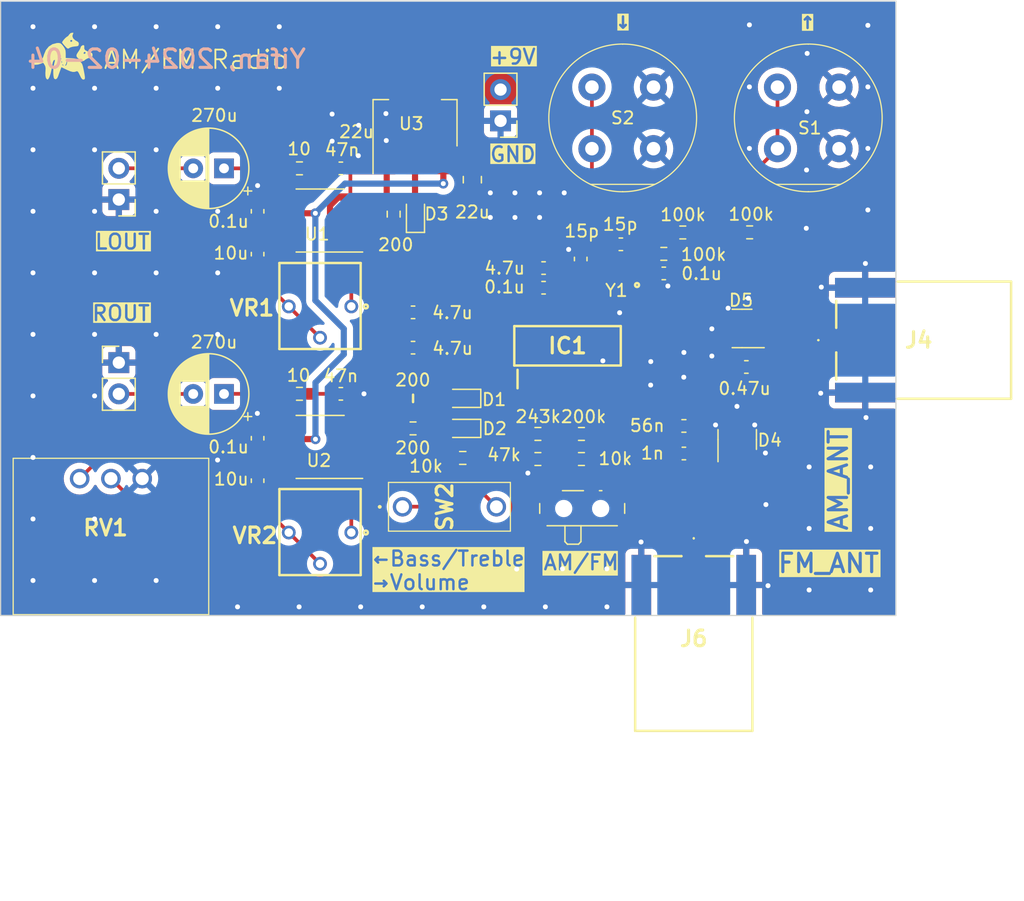
<source format=kicad_pcb>
(kicad_pcb (version 20221018) (generator pcbnew)
  (layers (0 "F.Cu" signal) (31 "B.Cu" power) (34 "B.Paste" user) (35 "F.Paste" user) (36 "B.SilkS" user "B.Silkscreen") (37 "F.SilkS" user "F.Silkscreen") (38 "B.Mask" user) (39 "F.Mask" user) (44 "Edge.Cuts" user))
  (net 0 "")
  (net 1 "Net-(IC1-DBYP)")
  (net 2 "+3.3V")
  (net 3 "Net-(IC1-~{RST})")
  (net 4 "GND")
  (net 5 "Net-(IC1-XTALO)")
  (net 6 "Net-(IC1-XTALI)")
  (net 7 "Net-(IC1-LOUT)")
  (net 8 "/LM386/LOUT")
  (net 9 "Net-(IC1-ROUT)")
  (net 10 "/LM386/ROUT")
  (net 11 "+9V")
  (net 12 "Net-(C10-Pad1)")
  (net 13 "Net-(J1-Pin_2)")
  (net 14 "Net-(C11-Pad1)")
  (net 15 "Net-(J2-Pin_2)")
  (net 16 "Net-(C12-Pad1)")
  (net 17 "Net-(C13-Pad1)")
  (net 18 "Net-(C14-Pad2)")
  (net 19 "Net-(C15-Pad2)")
  (net 20 "/FM_ANT")
  (net 21 "Net-(IC1-AMI)")
  (net 22 "/AM_ANT")
  (net 23 "Net-(D1-K)")
  (net 24 "Net-(D1-A)")
  (net 25 "Net-(D2-K)")
  (net 26 "Net-(D2-A)")
  (net 27 "Net-(D3-K)")
  (net 28 "Net-(IC1-TUNE1)")
  (net 29 "Net-(IC1-TUNE2)")
  (net 30 "Net-(IC1-BAND)")
  (net 33 "Net-(IC1-FMI)")
  (net 34 "Net-(IC1-VOL+{slash}TREBLE)")
  (net 35 "Net-(IC1-VOL-{slash}BASS)")
  (net 36 "Net-(SW1-C)")
  (net 37 "Net-(R2-Pad2)")
  (net 38 "Net-(SW1-A)")
  (net 39 "Net-(R8-Pad2)")
  (net 40 "Net-(VR1-CCW)")
  (net 41 "Net-(VR2-CCW)")
  (net 44 "Net-(VR1-CW)")
  (net 45 "Net-(VR2-CW)")
  (footprint "Resistor_SMD:R_0603_1608Metric" (layer "F.Cu") (at 137.43 98.1)
    (fp_text reference "R12")
    (fp_text value "10")
  )
  (footprint "LED_SMD:LED_0603_1608Metric" (layer "F.Cu") (at 150.67 98.47 180)
    (fp_text reference "D1")
    (fp_text value "LED")
  )
  (footprint "Connector_PinHeader_2.54mm:PinHeader_1x02_P2.54mm_Vertical" (layer "F.Cu") (at 153.76 75.92 180)
    (fp_text reference "J3" hide)
    (fp_text value "Conn_01x02_Pin")
  )
  (footprint "LED_SMD:LED_0603_1608Metric" (layer "F.Cu") (at 150.67 100.91 180)
    (fp_text reference "D2")
    (fp_text value "LED")
  )
  (footprint "Capacitor_SMD:C_0603_1608Metric" (layer "F.Cu") (at 146.655 94.35 180)
    (fp_text reference "C7")
    (fp_text value "4.7u")
  )
  (footprint "FM Radio:D6R40F1LFS" (layer "F.Cu") (at 161.2 78.18 90)
    (fp_text reference "S2")
    (fp_text value "D6R50F1LFS" hide)
  )
  (footprint "Connector_PinHeader_2.54mm:PinHeader_1x02_P2.54mm_Vertical" (layer "F.Cu") (at 122.76 82.315 180)
    (fp_text reference "J1" hide)
    (fp_text value "Conn_01x02_Pin")
  )
  (footprint "Capacitor_SMD:C_0603_1608Metric" (layer "F.Cu") (at 157.255 89.48)
    (fp_text reference "C5")
    (fp_text value "0.1u")
  )
  (footprint "Capacitor_SMD:C_0603_1608Metric" (layer "F.Cu") (at 146.655 91.48 180)
    (fp_text reference "C6")
    (fp_text value "4.7u")
  )
  (footprint "FM Radio:D6R40F1LFS" (layer "F.Cu") (at 176.27 78.18 90)
    (fp_text reference "S1")
    (fp_text value "D6R50F1LFS" hide)
  )
  (footprint "FM Radio:CONSMA020062G" (layer "F.Cu") (at 169.45 118.39)
    (fp_text reference "J6")
    (fp_text value "CONSMA020.062-G" hide)
  )
  (footprint "FM Radio:3362P_1" (layer "F.Cu") (at 139.1005 105.84 180)
    (fp_text reference "VR2")
    (fp_text value "3362P-1-102LF" hide)
  )
  (footprint "Resistor_SMD:R_0603_1608Metric" (layer "F.Cu") (at 160.33 103.4 180)
    (fp_text reference "R2")
    (fp_text value "10k")
  )
  (footprint "LED_SMD:LED_0603_1608Metric" (layer "F.Cu") (at 146.85 83.5 90)
    (fp_text reference "D3")
    (fp_text value "LED")
  )
  (footprint "Button_Switch_SMD:SW_SPDT_PCM12" (layer "F.Cu") (at 160.39 107.09)
    (fp_text reference "SW1" hide)
    (fp_text value "SW_SPDT")
  )
  (footprint "Capacitor_THT:CP_Radial_D6.3mm_P2.50mm" (layer "F.Cu") (at 131.30238 98.11 180)
    (fp_text reference "C11")
    (fp_text value "270u")
  )
  (footprint "Resistor_SMD:R_0603_1608Metric_Pad0.98x0.95mm_HandSolder" (layer "F.Cu") (at 150.69 103.31)
    (fp_text reference "R8")
    (fp_text value "10k")
  )
  (footprint "Connector_PinHeader_2.54mm:PinHeader_1x02_P2.54mm_Vertical" (layer "F.Cu") (at 122.76 95.565)
    (fp_text reference "J2" hide)
    (fp_text value "Conn_01x02_Pin")
  )
  (footprint "FM Radio:CONSMA020062G" (layer "F.Cu") (at 188.12 93.74 90)
    (fp_text reference "J4")
    (fp_text value "CONSMA020.062-G" hide)
  )
  (footprint "Package_SO:SOIC-8_3.9x4.9mm_P1.27mm" (layer "F.Cu") (at 139.11 84.018121 180)
    (fp_text reference "U1")
    (fp_text value "LM386")
  )
  (footprint "Resistor_SMD:R_0603_1608Metric" (layer "F.Cu") (at 156.793334 101.36)
    (fp_text reference "R4")
    (fp_text value "243k")
  )
  (footprint "Resistor_SMD:R_0603_1608Metric" (layer "F.Cu") (at 145.08 83.5 90)
    (fp_text reference "R11")
    (fp_text value "200")
  )
  (footprint "Capacitor_SMD:C_0603_1608Metric" (layer "F.Cu") (at 134.03 86.75 90)
    (fp_text reference "C14")
    (fp_text value "10u")
  )
  (footprint "Capacitor_SMD:C_0603_1608Metric" (layer "F.Cu") (at 157.255 87.88)
    (fp_text reference "C1")
    (fp_text value "4.7u")
  )
  (footprint "Package_SO:SOIC-8_3.9x4.9mm_P1.27mm" (layer "F.Cu") (at 139.11 102.4155 180)
    (fp_text reference "U2")
    (fp_text value "LM386")
  )
  (footprint "Resistor_SMD:R_0603_1608Metric" (layer "F.Cu") (at 156.793334 103.4 180)
    (fp_text reference "R5")
    (fp_text value "47k")
  )
  (footprint "Resistor_SMD:R_0603_1608Metric" (layer "F.Cu") (at 173.99 84.98)
    (fp_text reference "R9")
    (fp_text value "100k")
  )
  (footprint "Resistor_SMD:R_0603_1608Metric" (layer "F.Cu") (at 160.33 101.36)
    (fp_text reference "R3")
    (fp_text value "200k")
  )
  (footprint "Capacitor_SMD:C_0603_1608Metric" (layer "F.Cu") (at 160.27 87.145 90)
    (fp_text reference "C4")
    (fp_text value "15p")
  )
  (footprint "Capacitor_SMD:C_0805_2012Metric" (layer "F.Cu") (at 151.47 80.7 90)
    (fp_text reference "C8")
    (fp_text value "22u")
  )
  (footprint "Package_TO_SOT_SMD:SOT-23-3" (layer "F.Cu") (at 173.37 92.79 180)
    (fp_text reference "D5")
    (fp_text value "CM1213A-01SO")
  )
  (footprint "Resistor_SMD:R_0603_1608Metric" (layer "F.Cu") (at 168.56 84.99)
    (fp_text reference "R10")
    (fp_text value "100k")
  )
  (footprint "Capacitor_SMD:C_0603_1608Metric" (layer "F.Cu") (at 134.03 105.16 90)
    (fp_text reference "C15")
    (fp_text value "10u")
  )
  (footprint "Package_TO_SOT_SMD:SOT-223-3_TabPin2" (layer "F.Cu") (at 146.815 76.1025 90)
    (fp_text reference "U3")
    (fp_text value "LM1117MP-3.3")
  )
  (footprint "FM Radio:DS01254L01BE" (layer "F.Cu") (at 145.8 107.28 -90)
    (fp_text reference "SW2")
    (fp_text value "SW_DIP_x01" hide)
  )
  (footprint "Capacitor_SMD:C_0603_1608Metric" (layer "F.Cu") (at 134.03 83.27 -90)
    (fp_text reference "C18")
    (fp_text value "0.1u")
  )
  (footprint "Resistor_SMD:R_0603_1608Metric" (layer "F.Cu") (at 146.655 100.91)
    (fp_text reference "R7")
    (fp_text value "200")
  )
  (footprint "Capacitor_SMD:C_0603_1608Metric" (layer "F.Cu") (at 163.53 85.95 180)
    (fp_text reference "C3")
    (fp_text value "15p")
  )
  (footprint "Capacitor_SMD:C_0603_1608Metric" (layer "F.Cu") (at 140.79 79.78)
    (fp_text reference "C13")
    (fp_text value "47n")
  )
  (footprint "FM Radio:RESC1608X55N" (layer "F.Cu") (at 146.655 98.47)
    (fp_text reference "R6")
    (fp_text value "200")
  )
  (footprint "FM Radio:ECX-31B" (layer "F.Cu") (at 163.057865 87.912365 180)
    (fp_text reference "Y1")
    (fp_text value "ECS-.327-12.5-34B-TR" hide)
  )
  (footprint "Capacitor_SMD:C_0603_1608Metric" (layer "F.Cu") (at 134.03 101.71 -90)
    (fp_text reference "C19")
    (fp_text value "0.1u")
  )
  (footprint "FM Radio:3362P_1" (layer "F.Cu") (at 139.1005 87.47 180)
    (fp_text reference "VR1")
    (fp_text value "3362P-1-102LF" hide)
  )
  (footprint "Package_TO_SOT_SMD:SOT-23-3" (layer "F.Cu") (at 172.98 101.8125 90)
    (fp_text reference "D4")
    (fp_text value "CM1213A-01SO")
  )
  (footprint "LOGO" (layer "F.Cu") (at 118.15 70.66)
    (fp_text reference "G***" hide)
    (fp_text value "LOGO" hide)
  )
  (footprint "Capacitor_SMD:C_0603_1608Metric" (layer "F.Cu") (at 140.79 98.1)
    (fp_text reference "C12")
    (fp_text value "47n")
  )
  (footprint "FM Radio:CAPC2012X145N" (layer "F.Cu") (at 142.27 74.3 90)
    (fp_text reference "C9" hide)
    (fp_text value "22u")
  )
  (footprint "FM Radio:91A1AB28B13L" (layer "F.Cu") (at 119.58 104.99 -90)
    (fp_text reference "RV1")
    (fp_text value "100k" hide)
  )
  (footprint "Resistor_SMD:R_0603_1608Metric" (layer "F.Cu") (at 137.43 79.78)
    (fp_text reference "R14")
    (fp_text value "10")
  )
  (footprint "Resistor_SMD:R_0603_1608Metric" (layer "F.Cu") (at 167.0175 86.7275)
    (fp_text reference "R1")
    (fp_text value "100k")
  )
  (footprint "FM Radio:SOP64P600X175-24N" (layer "F.Cu") (at 159.2 94.2 90)
    (fp_text reference "IC1")
    (fp_text value "SI4831-B30-GUR" hide)
  )
  (footprint "Inductor_SMD:L_0603_1608Metric" (layer "F.Cu") (at 168.65 100.71 180)
    (fp_text reference "L1")
    (fp_text value "56n")
  )
  (footprint "Capacitor_SMD:C_0603_1608Metric" (layer "F.Cu") (at 173.7225 95.92)
    (fp_text reference "C17")
    (fp_text value "0.47u")
  )
  (footprint "Capacitor_SMD:C_0603_1608Metric" (layer "F.Cu") (at 167.0175 88.3175)
    (fp_text reference "C2")
    (fp_text value "0.1u")
  )
  (footprint "Capacitor_THT:CP_Radial_D6.3mm_P2.50mm" (layer "F.Cu") (at 131.30238 79.78 180)
    (fp_text reference "C10")
    (fp_text value "270u")
  )
  (footprint "Capacitor_SMD:C_0603_1608Metric" (layer "F.Cu") (at 168.65 102.95)
    (fp_text reference "C16")
    (fp_text value "1n")
  )
  (footprint "" (layer "B.Cu") (at 183.38 98 180)
    (fp_text reference "")
    (fp_text value "")
  )
  (footprint "" (layer "B.Cu") (at 165.19 113.64 180)
    (fp_text reference "")
    (fp_text value "")
  )
  (footprint "" (layer "B.Cu") (at 173.71 113.64 180)
    (fp_text reference "")
    (fp_text value "")
  )
  (footprint "" (layer "B.Cu") (at 183.37 89.48 180)
    (fp_text reference "")
    (fp_text value "")
  )
  (gr_poly (pts (xy 113.16 66.19) (xy 185.87 66.19) (xy 185.87 116.1125) (xy 113.16 116.1125)) (stroke (width 0.1)) (fill none) (layer "Edge.Cuts"))
  (gr_text "Yifan, 2024-02-04" (at 138.09 71.77) (layer "B.SilkS") (effects (font (size 1.5 1.5) (thickness 0.25)) (justify left bottom mirror)))
  (gr_text "AM/FM Radio" (at 121.43 71.82) (layer "F.SilkS") (effects (font (size 1.5 1.5)) (justify left bottom)))
  (gr_text "ROUT" (at 120.49 92.26) (layer "F.SilkS" knockout) (effects (font (size 1.2 1.2) (thickness 0.2) bold) (justify left bottom)))
  (gr_text "GND" (at 152.8 79.35) (layer "F.SilkS" knockout) (effects (font (size 1.2 1.2) (thickness 0.2) bold) (justify left bottom)))
  (gr_text "←Bass/Treble\n→Volume\n" (at 143.17 114.13) (layer "F.SilkS" knockout) (effects (font (size 1.2 1.2) (thickness 0.2) bold) (justify left bottom)))
  (gr_text "AM/FM" (at 157.15 112.51) (layer "F.SilkS" knockout) (effects (font (size 1.2 1.2) (thickness 0.2) bold) (justify left bottom)))
  (gr_text "LOUT" (at 120.718571 86.45) (layer "F.SilkS" knockout) (effects (font (size 1.2 1.2) (thickness 0.2) bold) (justify left bottom)))
  (gr_text "↓" (at 162.83 68.51) (layer "F.SilkS" knockout) (effects (font (size 1.2 1.2) (thickness 0.2) bold) (justify left bottom)))
  (gr_text "↑" (at 177.82 68.53) (layer "F.SilkS" knockout) (effects (font (size 1.2 1.2) (thickness 0.2) bold) (justify left bottom)))
  (gr_text "+9V" (at 152.800001 71.42) (layer "F.SilkS" knockout) (effects (font (size 1.2 1.2) (thickness 0.2) bold) (justify left bottom)))
  (gr_text "FM_ANT" (at 176.16 112.75) (layer "F.SilkS" knockout) (effects (font (size 1.5 1.5) (thickness 0.254) bold) (justify left bottom)))
  (gr_text "AM_ANT" (at 182.06 109.33 90) (layer "F.SilkS" knockout) (effects (font (size 1.5 1.5) (thickness 0.254) bold) (justify left bottom)))
  (segment (start 156.48 87.88) (end 156.48 89.48) (width 0.5) (layer "F.Cu") (net 1))
  (segment (start 156.978 89.978) (end 156.978 91.5) (width 0.3) (layer "F.Cu") (net 1))
  (segment (start 156.48 89.48) (end 156.978 89.978) (width 0.3) (layer "F.Cu") (net 1))
  (segment (start 166.775 84.99) (end 166.2175 85.5475) (width 0.5) (layer "F.Cu") (net 2))
  (segment (start 166.2175 85.5475) (end 166.2175 86.7275) (width 0.5) (layer "F.Cu") (net 2))
  (segment (start 167.76 84.99) (end 166.775 84.99) (width 0.5) (layer "F.Cu") (net 2))
  (segment (start 158.03 86.34) (end 158.03 87.88) (width 0.5) (layer "F.Cu") (net 2))
  (segment (start 145.855 97.745) (end 146.97 96.63) (width 0.5) (layer "F.Cu") (net 2))
  (segment (start 152.75 86.33) (end 158.02 86.33) (width 0.5) (layer "F.Cu") (net 2))
  (segment (start 159.47 84.17) (end 164.84 84.17) (width 0.5) (layer "F.Cu") (net 2))
  (segment (start 146.815 79.2525) (end 146.815 72.9525) (width 0.5) (layer "F.Cu") (net 2))
  (segment (start 171.22 81.21) (end 173.165 83.155) (width 0.5) (layer "F.Cu") (net 2))
  (segment (start 145.83 102.07) (end 145.83 100.91) (width 0.5) (layer "F.Cu") (net 2))
  (segment (start 153.59 96.63) (end 157.6455 92.5745) (width 0.5) (layer "F.Cu") (net 2))
  (segment (start 147.07 103.31) (end 146.44 102.68) (width 0.5) (layer "F.Cu") (net 2))
  (segment (start 146.97 96.63) (end 153.59 96.63) (width 0.5) (layer "F.Cu") (net 2))
  (segment (start 149.4075 70.36) (end 167.35 70.36) (width 0.5) (layer "F.Cu") (net 2))
  (segment (start 146.815 79.2525) (end 146.815 82.6775) (width 0.5) (layer "F.Cu") (net 2))
  (segment (start 167.35 70.36) (end 171.22 74.23) (width 0.5) (layer "F.Cu") (net 2))
  (segment (start 146.44 102.68) (end 145.83 102.07) (width 0.5) (layer "F.Cu") (net 2))
  (segment (start 149.1325 82.7125) (end 146.85 82.7125) (width 0.5) (layer "F.Cu") (net 2))
  (segment (start 158.02 86.33) (end 158.03 86.34) (width 0.5) (layer "F.Cu") (net 2))
  (segment (start 158.248 91.5) (end 158.248 89.698) (width 0.3) (layer "F.Cu") (net 2))
  (segment (start 145.7225 100.8025) (end 145.83 100.91) (width 0.5) (layer "F.Cu") (net 2))
  (segment (start 157.612 91.5) (end 158.248 91.5) (width 0.3) (layer "F.Cu") (net 2))
  (segment (start 158.248 89.698) (end 158.03 89.48) (width 0.3) (layer "F.Cu") (net 2))
  (segment (start 158.03 87.88) (end 158.03 89.48) (width 0.5) (layer "F.Cu") (net 2))
  (segment (start 145.855 98.47) (end 145.855 100.885) (width 0.5) (layer "F.Cu") (net 2))
  (segment (start 157.6455 92.5745) (end 157.6455 91.5) (width 0.5) (layer "F.Cu") (net 2))
  (segment (start 145.855 98.47) (end 145.855 97.745) (width 0.5) (layer "F.Cu") (net 2))
  (segment (start 171.22 74.23) (end 171.22 81.21) (width 0.5) (layer "F.Cu") (net 2))
  (segment (start 164.84 84.17) (end 166.2175 85.5475) (width 0.5) (layer "F.Cu") (net 2))
  (segment (start 146.815 82.6775) (end 146.85 82.7125) (width 0.5) (layer "F.Cu") (net 2))
  (segment (start 145.855 100.885) (end 145.83 100.91) (width 0.5) (layer "F.Cu") (net 2))
  (segment (start 173.165 83.155) (end 173.165 84.98) (width 0.5) (layer "F.Cu") (net 2))
  (segment (start 152.75 86.33) (end 149.1325 82.7125) (width 0.5) (layer "F.Cu") (net 2))
  (segment (start 149.7775 103.31) (end 147.07 103.31) (width 0.5) (layer "F.Cu") (net 2))
  (segment (start 158.03 85.61) (end 159.47 84.17) (width 0.5) (layer "F.Cu") (net 2))
  (segment (start 146.815 72.9525) (end 149.4075 70.36) (width 0.5) (layer "F.Cu") (net 2))
  (segment (start 146.82 79.2575) (end 146.815 79.2525) (width 0.5) (layer "F.Cu") (net 2))
  (segment (start 158.03 86.34) (end 158.03 85.61) (width 0.5) (layer "F.Cu") (net 2))
  (segment (start 161.422 90.488) (end 161.83 90.08) (width 0.3) (layer "F.Cu") (net 3))
  (segment (start 164.48 90.08) (end 166.2425 88.3175) (width 0.3) (layer "F.Cu") (net 3))
  (segment (start 167.8175 86.7275) (end 167.8175 86.7425) (width 0.25) (layer "F.Cu") (net 3))
  (segment (start 166.2425 88.3175) (end 166.2525 88.3175) (width 0.25) (layer "F.Cu") (net 3))
  (segment (start 161.83 90.08) (end 164.48 90.08) (width 0.3) (layer "F.Cu") (net 3))
  (segment (start 161.422 91.5) (end 161.422 90.488) (width 0.3) (layer "F.Cu") (net 3))
  (segment (start 166.2525 88.3175) (end 167.8425 86.7275) (width 0.25) (layer "F.Cu") (net 3))
  (segment (start 139.91 83.953121) (end 139.91 82.813121) (width 0.5) (layer "F.Cu") (net 4))
  (segment (start 167.7925 88.8975) (end 167.35 89.34) (width 0.3) (layer "F.Cu") (net 4))
  (segment (start 141.585 100.5105) (end 140.61 100.5105) (width 0.5) (layer "F.Cu") (net 4))
  (segment (start 144.515 79.2525) (end 144.515 82.11) (width 0.5) (layer "F.Cu") (net 4))
  (segment (start 162.058 91.5) (end 162.692 91.5) (width 0.3) (layer "F.Cu") (net 4))
  (segment (start 140.61 100.5105) (end 139.9 101.2205) (width 0.5) (layer "F.Cu") (net 4))
  (segment (start 134.03 100.935) (end 134.03 99.71) (width 0.3) (layer "F.Cu") (net 4))
  (segment (start 141.565 100.4905) (end 141.585 100.5105) (width 0.3) (layer "F.Cu") (net 4))
  (segment (start 160.27 86.37) (end 159.29 86.37) (width 0.3) (layer "F.Cu") (net 4))
  (segment (start 139.9 101.2205) (end 139.9 102.48) (width 0.5) (layer "F.Cu") (net 4))
  (segment (start 140.4705 103.0505) (end 141.585 103.0505) (width 0.5) (layer "F.Cu") (net 4))
  (segment (start 163.42 91.5) (end 163.43 91.51) (width 0.3) (layer "F.Cu") (net 4))
  (segment (start 134.03 99.71) (end 134.01 99.69) (width 0.3) (layer "F.Cu") (net 4))
  (segment (start 139.9 102.48) (end 140.4705 103.0505) (width 0.5) (layer "F.Cu") (net 4))
  (segment (start 141.585 84.653121) (end 140.61 84.653121) (width 0.5) (layer "F.Cu") (net 4))
  (segment (start 172.945 100.71) (end 172.98 100.675) (width 0.3) (layer "F.Cu") (net 4))
  (segment (start 134.03 82.495) (end 134.03 81.18) (width 0.3) (layer "F.Cu") (net 4))
  (segment (start 155.968334 103.4) (end 155.968334 104.528334) (width 0.3) (layer "F.Cu") (net 4))
  (segment (start 162.058 95.432) (end 162.07 95.42) (width 0.3) (layer "F.Cu") (net 4))
  (segment (start 140.61 84.653121) (end 139.91 83.953121) (width 0.5) (layer "F.Cu") (net 4))
  (segment (start 160.788 96.9) (end 162.058 96.9) (width 0.3) (layer "F.Cu") (net 4))
  (segment (start 144.515 82.11) (end 145.08 82.675) (width 0.5) (layer "F.Cu") (net 4))
  (segment (start 155.993334 103.4) (end 155.993334 103.416666) (width 0.3) (layer "F.Cu") (net 4))
  (segment (start 172.2325 92.79) (end 170.95 92.79) (width 0.3) (layer "F.Cu") (net 4))
  (segment (start 140.61 82.113121) (end 141.585 82.113121) (width 0.5) (layer "F.Cu") (net 4))
  (segment (start 162.058 96.9) (end 162.058 95.432) (width 0.3) (layer "F.Cu") (net 4))
  (segment (start 141.565 98.1) (end 142.67 98.1) (width 0.3) (layer "F.Cu") (net 4))
  (segment (start 167.7925 88.3175) (end 167.7925 88.8975) (width 0.3) (layer "F.Cu") (net 4))
  (segment (start 141.565 98.1) (end 141.565 100.4905) (width 0.3) (layer "F.Cu") (net 4))
  (segment (start 172.98 99.14) (end 172.96 99.12) (width 0.3) (layer "F.Cu") (net 4))
  (segment (start 141.565 82.093121) (end 141.585 82.113121) (width 0.3) (layer "F.Cu") (net 4))
  (segment (start 162.755 85.95) (end 160.69 85.95) (width 0.3) (layer "F.Cu") (net 4))
  (segment (start 139.91 82.813121) (end 140.61 82.113121) (width 0.5) (layer "F.Cu") (net 4))
  (segment (start 162.692 91.5) (end 163.42 91.5) (width 0.3) (layer "F.Cu") (net 4))
  (segment (start 160.69 85.95) (end 160.27 86.37) (width 0.3) (layer "F.Cu") (net 4))
  (segment (start 155.968334 104.528334) (end 155.98 104.54) (width 0.3) (layer "F.Cu") (net 4))
  (segment (start 170.95 92.79) (end 170.92 92.82) (width 0.3) (layer "F.Cu") (net 4))
  (segment (start 141.565 79.78) (end 141.565 82.093121) (width 0.3) (layer "F.Cu") (net 4))
  (via (at 115.79 78.27) (size 0.8) (drill 0.4) (layers "F.Cu" "B.Cu") (net 4))
  (via (at 170.92 95.03) (size 0.8) (drill 0.4) (layers "F.Cu" "B.Cu") (net 4))
  (via (at 173.73 110.1) (size 0.8) (drill 0.4) (layers "F.Cu" "B.Cu") (net 4))
  (via (at 142.4 115.41) (size 0.8) (drill 0.4) (layers "F.Cu" "B.Cu") (net 4))
  (via (at 165.95 97.39) (size 0.8) (drill 0.4) (layers "F.Cu" "B.Cu") (net 4))
  (via (at 170.92 92.82) (size 0.8) (drill 0.4) (layers "F.Cu" "B.Cu") (net 4))
  (via (at 155.07 112.34) (size 0.8) (drill 0.4) (layers "F.Cu" "B.Cu") (net 4))
  (via (at 178.64 75.176666) (size 0.8) (drill 0.4) (layers "F.Cu" "B.Cu") (net 4))
  (via (at 142.21 78.75) (size 0.8) (drill 0.4) (layers "F.Cu" "B.Cu") (net 4))
  (via (at 142.67 98.1) (size 0.8) (drill 0.4) (layers "F.Cu" "B.Cu") (net 4))
  (via (at 156.93 81.77) (size 0.8) (drill 0.4) (layers "F.Cu" "B.Cu") (net 4))
  (via (at 165.17 110.14) (size 0.8) (drill 0.4) (layers "F.Cu" "B.Cu") (net 4))
  (via (at 163.43 91.51) (size 0.8) (drill 0.4) (layers "F.Cu" "B.Cu") (net 4))
  (via (at 125.79 73.27) (size 0.8) (drill 0.4) (layers "F.Cu" "B.Cu") (net 4))
  (via (at 168.65 94.74) (size 0.8) (drill 0.4) (layers "F.Cu" "B.Cu") (net 4))
  (via (at 130.79 83.27) (size 0.8) (drill 0.4) (layers "F.Cu" "B.Cu") (net 4))
  (via (at 115.79 88.27) (size 0.8) (drill 0.4) (layers "F.Cu" "B.Cu") (net 4))
  (via (at 125.79 113.27) (size 0.8) (drill 0.4) (layers "F.Cu" "B.Cu") (net 4))
  (via (at 120.79 78.27) (size 0.8) (drill 0.4) (layers "F.Cu" "B.Cu") (net 4))
  (via (at 183.82 104.04) (size 0.8) (drill 0.4) (layers "F.Cu" "B.Cu") (net 4))
  (via (at 162.07 95.42) (size 0.8) (drill 0.4) (layers "F.Cu" "B.Cu") (net 4))
  (via (at 115.79 113.27) (size 0.8) (drill 0.4) (layers "F.Cu" "B.Cu") (net 4))
  (via (at 154.93 81.77) (size 0.8) (drill 0.4) (layers "F.Cu" "B.Cu") (net 4))
  (via (at 142.24 76.28) (size 0.8) (drill 0.4) (layers "F.Cu" "B.Cu") (net 4))
  (via (at 132.4 115.41) (size 0.8) (drill 0.4) (layers "F.Cu" "B.Cu") (net 4))
  (via (at 183.59 73.16) (size 0.8) (drill 0.4) (layers "F.Cu" "B.Cu") (net 4))
  (via (at 125.79 88.27) (size 0.8) (drill 0.4) (layers "F.Cu" "B.Cu") (net 4))
  (via (at 130.79 88.27) (size 0.8) (drill 0.4) (layers "F.Cu" "B.Cu") (net 4))
  (via (at 178.82 114.04) (size 0.8) (drill 0.4) (layers "F.Cu" "B.Cu") (net 4))
  (via (at 135.79 73.27) (size 0.8) (drill 0.4) (layers "F.Cu" "B.Cu") (net 4))
  (via (at 183.82 109.04) (size 0.8) (drill 0.4) (layers "F.Cu" "B.Cu") (net 4))
  (via (at 175.31 107.1) (size 0.8) (drill 0.4) (layers "F.Cu" "B.Cu") (net 4))
  (via (at 137.4 115.41) (size 0.8) (drill 0.4) (layers "F.Cu" "B.Cu") (net 4))
  (via (at 179.76 98.05) (size 0.8) (drill 0.4) (layers "F.Cu" "B.Cu") (net 4))
  (via (at 183.82 114.04) (size 0.8) (drill 0.4) (layers "F.Cu" "B.Cu") (net 4))
  (via (at 115.79 93.27) (size 0.8) (drill 0.4) (layers "F.Cu" "B.Cu") (net 4))
  (via (at 130.79 73.27) (size 0.8) (drill 0.4) (layers "F.Cu" "B.Cu") (net 4))
  (via (at 115.79 98.27) (size 0.8) (drill 0.4) (layers "F.Cu" "B.Cu") (net 4))
  (via (at 174.4 100.63) (size 0.8) (drill 0.4) (layers "F.Cu" "B.Cu") (net 4))
  (via (at 140.08 77.57) (size 0.8) (drill 0.4) (layers "F.Cu" "B.Cu") (net 4))
  (via (at 157.4 115.41) (size 0.8) (drill 0.4) (layers "F.Cu" "B.Cu") (net 4))
  (via (at 120.79 113.27) (size 0.8) (drill 0.4) (layers "F.Cu" "B.Cu") (net 4))
  (via (at 147.4 115.41) (size 0.8) (drill 0.4) (layers "F.Cu" "B.Cu") (net 4))
  (via (at 120.79 73.27) (size 0.8) (drill 0.4) (layers "F.Cu" "B.Cu") (net 4))
  (via (at 162.4 115.41) (size 0.8) (drill 0.4) (layers "F.Cu" "B.Cu") (net 4))
  (via (at 154.93 83.77) (size 0.8) (drill 0.4) (layers "F.Cu" "B.Cu") (net 4))
  (via (at 152.93 83.77) (size 0.8) (drill 0.4) (layers "F.Cu" "B.Cu") (net 4))
  (via (at 144.45 75.33) (size 0.8) (drill 0.4) (layers "F.Cu" "B.Cu") (net 4))
  (via (at 140.08 75.37) (size 0.8) (drill 0.4) (layers "F.Cu" "B.Cu") (net 4))
  (via (at 152.4 115.41) (size 0.8) (drill 0.4) (layers "F.Cu" "B.Cu") (net 4))
  (via (at 183.44 100.03) (size 0.8) (drill 0.4) (layers "F.Cu" "B.Cu") (net 4))
  (via (at 156.93 83.77) (size 0.8) (drill 0.4) (layers "F.Cu" "B.Cu") (net 4))
  (via (at 173.97 78.16) (size 0.8) (drill 0.4) (layers "F.Cu" "B.Cu") (net 4))
  (via (at 165.96 95.48) (size 0.8) (drill 0.4) (layers "F.Cu" "B.Cu") (net 4))
  (via (at 115.79 68.27) (size 0.8) (drill 0.4) (layers "F.Cu" "B.Cu") (net 4))
  (via (at 125.79 68.27) (size 0.8) (drill 0.4) (layers "F.Cu" "B.Cu") (net 4))
  (via (at 179.81 89.43) (size 0.8) (drill 0.4) (layers "F.Cu" "B.Cu") (net 4))
  (via (at 125.79 78.27) (size 0.8) (drill 0.4) (layers "F.Cu" "B.Cu") (net 4))
  (via (at 158.93 81.77) (size 0.8) (drill 0.4) (layers "F.Cu" "B.Cu") (net 4))
  (via (at 134.03 81.18) (size 0.8) (drill 0.4) (layers "F.Cu" "B.Cu") (net 4))
  (via (at 115.79 83.27) (size 0.8) (drill 0.4) (layers "F.Cu" "B.Cu") (net 4))
  (via (at 120.79 93.27) (size 0.8) (drill 0.4) (layers "F.Cu" "B.Cu") (net 4))
  (via (at 130.79 93.27) (size 0.8) (drill 0.4) (layers "F.Cu" "B.Cu") (net 4))
  (via (at 125.79 93.27) (size 0.8) (drill 0.4) (layers "F.Cu" "B.Cu") (net 4))
  (via (at 115.79 73.27) (size 0.8) (drill 0.4) (layers "F.Cu" "B.Cu") (net 4))
  (via (at 115.79 103.27) (size 0.8) (drill 0.4) (layers "F.Cu" "B.Cu") (net 4))
  (via (at 120.79 98.27) (size 0.8) (drill 0.4) (layers "F.Cu" "B.Cu") (net 4))
  (via (at 175.48 113.69) (size 0.8) (drill 0.4) (layers "F.Cu" "B.Cu") (net 4))
  (via (at 152.93 81.77) (size 0.8) (drill 0.4) (layers "F.Cu" "B.Cu") (net 4))
  (via (at 167.35 89.34) (size 0.8) (drill 0.4) (layers "F.Cu" "B.Cu") (net 4))
  (via (at 173.97 73.16) (size 0.8) (drill 0.4) (layers "F.Cu" "B.Cu") (net 4))
  (via (at 178.66 70.44) (size 0.8) (drill 0.4) (layers "F.Cu" "B.Cu") (net 4))
  (via (at 171.22 100.63) (size 0.8) (drill 0.4) (layers "F.Cu" "B.Cu") (net 4))
  (via (at 183.39 87.51) (size 0.8) (drill 0.4) (layers "F.Cu" "B.Cu") (net 4))
  (via (at 178.61 79.913332) (size 0.8) (drill 0.4) (layers "F.Cu" "B.Cu") (net 4))
  (via (at 178.59 84.65) (size 0.8) (drill 0.4) (layers "F.Cu" "B.Cu") (net 4))
  (via (at 120.79 88.27) (size 0.8) (drill 0.4) (layers "F.Cu" "B.Cu") (net 4))
  (via (at 155.98 104.54) (size 0.8) (drill 0.4) (layers "F.Cu" "B.Cu") (net 4))
  (via (at 115.79 108.27) (size 0.8) (drill 0.4) (layers "F.Cu" "B.Cu") (net 4))
  (via (at 120.79 83.27) (size 0.8) (drill 0.4) (layers "F.Cu" "B.Cu") (net 4))
  (via (at 175.27 102.91) (size 0.8) (drill 0.4) (layers "F.Cu" "B.Cu") (net 4))
  (via (at 120.79 108.27) (size 0.8) (drill 0.4) (layers "F.Cu" "B.Cu") (net 4))
  (via (at 173.88 90.33) (size 0.8) (drill 0.4) (layers "F.Cu" "B.Cu") (net 4))
  (via (at 130.79 68.27) (size 0.8) (drill 0.4) (layers "F.Cu" "B.Cu") (net 4))
  (via (at 135.79 68.27) (size 0.8) (drill 0.4) (layers "F.Cu" "B.Cu") (net 4))
  (via (at 183.59 68.16) (size 0.8) (drill 0.4) (layers "F.Cu" "B.Cu") (net 4))
  (via (at 173.97 68.12) (size 0.8) (drill 0.4) (layers "F.Cu" "B.Cu") (net 4))
  (via (at 130.78 103.48) (size 0.8) (drill 0.4) (layers "F.Cu" "B.Cu") (net 4))
  (via (at 134.01 99.69) (size 0.8) (drill 0.4) (layers "F.Cu" "B.Cu") (net 4))
  (via (at 158.79 112.32) (size 0.8) (drill 0.4) (layers "F.Cu" "B.Cu") (net 4))
  (via (at 183.59 83.16) (size 0.8) (drill 0.4) (layers "F.Cu" "B.Cu") (net 4))
  (via (at 178.82 109.04) (size 0.8) (drill 0.4) (layers "F.Cu" "B.Cu") (net 4))
  (via (at 168.64 96.75) (size 0.8) (drill 0.4) (layers "F.Cu" "B.Cu") (net 4))
  (via (at 178.82 104.04) (size 0.8) (drill 0.4) (layers "F.Cu" "B.Cu") (net 4))
  (via (at 162.39 112.32) (size 0.8) (drill 0.4) (layers "F.Cu" "B.Cu") (net 4))
  (via (at 183.59 78.16) (size 0.8) (drill 0.4) (layers "F.Cu" "B.Cu") (net 4))
  (via (at 159.29 86.37) (size 0.8) (drill 0.4) (layers "F.Cu" "B.Cu") (net 4))
  (via (at 125.79 83.27) (size 0.8) (drill 0.4) (layers "F.Cu" "B.Cu") (net 4))
  (via (at 172.96 99.12) (size 0.8) (drill 0.4) (layers "F.Cu" "B.Cu") (net 4))
  (via (at 120.79 68.27) (size 0.8) (drill 0.4) (layers "F.Cu" "B.Cu") (net 4))
  (via (at 144.48 77.52) (size 0.8) (drill 0.4) (layers "F.Cu" "B.Cu") (net 4))
  (via (at 172.24 91.14) (size 0.8) (drill 0.4) (layers "F.Cu" "B.Cu") (net 4))
  (segment (start 159.518 90.502) (end 160.55 89.47) (width 0.3) (layer "F.Cu") (net 5))
  (segment (start 160.55 89.47) (end 162.75023 89.47) (width 0.3) (layer "F.Cu") (net 5))
  (segment (start 159.518 91.5) (end 159.518 90.502) (width 0.3) (layer "F.Cu") (net 5))
  (segment (start 162.75023 89.47) (end 164.307865 87.912365) (width 0.3) (layer "F.Cu") (net 5))
  (segment (start 164.307865 85.952865) (end 164.305 85.95) (width 0.25) (layer "F.Cu") (net 5))
  (segment (start 164.305 87.9095) (end 164.307865 87.912365) (width 0.25) (layer "F.Cu") (net 5))
  (segment (start 164.305 85.95) (end 164.305 87.9095) (width 0.25) (layer "F.Cu") (net 5))
  (segment (start 158.882 91.5) (end 158.975 91.407) (width 0.25) (layer "F.Cu") (net 6))
  (segment (start 158.882 89.308) (end 160.27 87.92) (width 0.25) (layer "F.Cu") (net 6))
  (segment (start 161.80023 87.92) (end 161.807865 87.912365) (width 0.3) (layer "F.Cu") (net 6))
  (segment (start 160.27 87.92) (end 161.80023 87.92) (width 0.3) (layer "F.Cu") (net 6))
  (segment (start 158.882 91.5) (end 158.882 89.308) (width 0.25) (layer "F.Cu") (net 6))
  (segment (start 155.708 91.5) (end 147.45 91.5) (width 0.3) (layer "F.Cu") (net 7))
  (segment (start 155.688 91.48) (end 155.708 91.5) (width 0.3) (layer "F.Cu") (net 7))
  (segment (start 147.45 91.5) (end 147.43 91.48) (width 0.3) (layer "F.Cu") (net 7))
  (segment (start 145.88 91.48) (end 143.62 89.22) (width 0.3) (layer "F.Cu") (net 8))
  (segment (start 143.62 89.22) (end 143.62 84.443121) (width 0.3) (layer "F.Cu") (net 8))
  (segment (start 142.56 83.383121) (end 141.585 83.383121) (width 0.3) (layer "F.Cu") (net 8))
  (segment (start 143.62 84.443121) (end 142.56 83.383121) (width 0.3) (layer "F.Cu") (net 8))
  (segment (start 156.342 91.5) (end 156.342 92.758) (width 0.3) (layer "F.Cu") (net 9))
  (segment (start 147.43 94.35) (end 154.75 94.35) (width 0.3) (layer "F.Cu") (net 9))
  (segment (start 154.75 94.35) (end 156.342 92.758) (width 0.3) (layer "F.Cu") (net 9))
  (segment (start 143.62 100.7205) (end 143.62 96.61) (width 0.3) (layer "F.Cu") (net 10))
  (segment (start 141.585 101.7805) (end 142.56 101.7805) (width 0.3) (layer "F.Cu") (net 10))
  (segment (start 142.56 101.7805) (end 143.62 100.7205) (width 0.3) (layer "F.Cu") (net 10))
  (segment (start 143.62 96.61) (end 145.88 94.35) (width 0.3) (layer "F.Cu") (net 10))
  (segment (start 149.115 79.2525) (end 149.115 81.015) (width 0.5) (layer "F.Cu") (net 11))
  (segment (start 138.72 83.43) (end 134.645 83.43) (width 0.5) (layer "F.Cu") (net 11))
  (segment (start 134.7345 101.7805) (end 134.03 102.485) (width 0.5) (layer "F.Cu") (net 11))
  (segment (start 136.635 101.7805) (end 138.7205 101.7805) (width 0.5) (layer "F.Cu") (net 11))
  (segment (start 136.635 101.7805) (end 134.7345 101.7805) (width 0.5) (layer "F.Cu") (net 11))
  (segment (start 149.115 81.015) (end 149.11 81.02) (width 0.5) (layer "F.Cu") (net 11))
  (segment (start 138.7205 101.7805) (end 138.73 101.79) (width 0.5) (layer "F.Cu") (net 11))
  (segment (start 134.645 83.43) (end 134.03 84.045) (width 0.5) (layer "F.Cu") (net 11))
  (via (at 149.11 81.02) (size 0.8) (drill 0.4) (layers "F.Cu" "B.Cu") (net 11))
  (via (at 138.73 101.79) (size 0.8) (drill 0.4) (layers "F.Cu" "B.Cu") (net 11))
  (via (at 138.72 83.43) (size 0.8) (drill 0.4) (layers "F.Cu" "B.Cu") (net 11))
  (segment (start 141.03 94.89) (end 141.03 92.82) (width 0.5) (layer "B.Cu") (net 11))
  (segment (start 138.73 101.79) (end 138.73 97.19) (width 0.5) (layer "B.Cu") (net 11))
  (segment (start 138.73 97.19) (end 141.03 94.89) (width 0.5) (layer "B.Cu") (net 11))
  (segment (start 138.72 90.51) (end 138.72 83.43) (width 0.5) (layer "B.Cu") (net 11))
  (segment (start 141.13 81.02) (end 138.72 83.43) (width 0.5) (layer "B.Cu") (net 11))
  (segment (start 149.11 81.02) (end 141.13 81.02) (width 0.5) (layer "B.Cu") (net 11))
  (segment (start 141.03 92.82) (end 138.72 90.51) (width 0.5) (layer "B.Cu") (net 11))
  (segment (start 131.30238 79.78) (end 136.63 79.78) (width 0.3) (layer "F.Cu") (net 12))
  (segment (start 136.635 79.785) (end 136.63 79.78) (width 0.3) (layer "F.Cu") (net 12))
  (segment (start 136.635 82.113121) (end 136.635 79.785) (width 0.3) (layer "F.Cu") (net 12))
  (segment (start 122.76 79.775) (end 128.79738 79.775) (width 0.3) (layer "F.Cu") (net 13))
  (segment (start 128.79738 79.775) (end 128.80238 79.78) (width 0.3) (layer "F.Cu") (net 13))
  (segment (start 136.63 98.1) (end 131.31238 98.1) (width 0.3) (layer "F.Cu") (net 14))
  (segment (start 136.635 98.105) (end 136.63 98.1) (width 0.3) (layer "F.Cu") (net 14))
  (segment (start 131.31238 98.1) (end 131.30238 98.11) (width 0.3) (layer "F.Cu") (net 14))
  (segment (start 136.635 100.5105) (end 136.635 98.105) (width 0.3) (layer "F.Cu") (net 14))
  (segment (start 128.80238 98.11) (end 122.765 98.11) (width 0.3) (layer "F.Cu") (net 15))
  (segment (start 122.765 98.11) (end 122.76 98.105) (width 0.3) (layer "F.Cu") (net 15))
  (segment (start 138.23 98.1) (end 140.015 98.1) (width 0.3) (layer "F.Cu") (net 16))
  (segment (start 138.23 79.78) (end 140.015 79.78) (width 0.3) (layer "F.Cu") (net 17))
  (segment (start 136.583121 85.975) (end 136.635 85.923121) (width 0.3) (layer "F.Cu") (net 18))
  (segment (start 134.03 85.975) (end 136.583121 85.975) (width 0.3) (layer "F.Cu") (net 18))
  (segment (start 136.5705 104.385) (end 136.635 104.3205) (width 0.3) (layer "F.Cu") (net 19))
  (segment (start 134.03 104.385) (end 136.5705 104.385) (width 0.3) (layer "F.Cu") (net 19))
  (segment (start 169.425 102.95) (end 172.03 102.95) (width 0.3) (layer "F.Cu") (net 20))
  (segment (start 169.425 113.265) (end 169.45 113.29) (width 0.3) (layer "F.Cu") (net 20))
  (segment (start 162.692 98.112) (end 163.36 98.78) (width 0.3) (layer "F.Cu") (net 21))
  (segment (start 171.06 98.78) (end 172.9475 96.8925) (width 0.3) (layer "F.Cu") (net 21))
  (segment (start 162.692 96.9) (end 162.692 98.112) (width 0.3) (layer "F.Cu") (net 21))
  (segment (start 163.36 98.78) (end 171.06 98.78) (width 0.3) (layer "F.Cu") (net 21))
  (segment (start 172.9475 96.8925) (end 172.9475 95.92) (width 0.3) (layer "F.Cu") (net 21))
  (segment (start 174.5075 95.91) (end 174.4975 95.92) (width 0.3) (layer "F.Cu") (net 22))
  (segment (start 174.4975 95.92) (end 174.4975 93.75) (width 0.3) (layer "F.Cu") (net 22))
  (segment (start 174.4975 93.75) (end 174.5075 93.74) (width 0.3) (layer "F.Cu") (net 22))
  (segment (start 155.708 96.9) (end 155.708 97.932) (width 0.3) (layer "F.Cu") (net 23))
  (segment (start 151.4575 98.47) (end 155.17 98.47) (width 0.3) (layer "F.Cu") (net 23))
  (segment (start 155.17 98.47) (end 155.708 97.932) (width 0.3) (layer "F.Cu") (net 23))
  (segment (start 147.455 98.47) (end 149.8825 98.47) (width 0.3) (layer "F.Cu") (net 24))
  (segment (start 150.69 101.6775) (end 150.69 103.715852) (width 0.3) (layer "F.Cu") (net 25))
  (segment (start 151.4575 100.91) (end 150.69 101.6775) (width 0.3) (layer "F.Cu") (net 25))
  (segment (start 156.342 98.328) (end 156.342 96.9) (width 0.3) (layer "F.Cu") (net 25))
  (segment (start 151.4575 100.91) (end 153.76 100.91) (width 0.3) (layer "F.Cu") (net 25))
  (segment (start 150.69 103.715852) (end 147.135852 107.27) (width 0.3) (layer "F.Cu") (net 25))
  (segment (start 147.135852 107.27) (end 145.98 107.27) (width 0.3) (layer "F.Cu") (net 25))
  (segment (start 153.76 100.91) (end 156.342 98.328) (width 0.3) (layer "F.Cu") (net 25))
  (segment (start 147.48 100.91) (end 149.8825 100.91) (width 0.3) (layer "F.Cu") (net 26))
  (segment (start 146.8125 84.325) (end 146.85 84.2875) (width 0.3) (layer "F.Cu") (net 27))
  (segment (start 145.08 84.325) (end 146.8125 84.325) (width 0.3) (layer "F.Cu") (net 27))
  (segment (start 125.26 103.16) (end 121.41 103.16) (width 0.3) (layer "F.Cu") (net 28))
  (segment (start 155.06 101.36) (end 153.86 102.56) (width 0.3) (layer "F.Cu") (net 28))
  (segment (start 156.978 98.89213) (end 155.993334 99.876796) (width 0.3) (layer "F.Cu") (net 28))
  (segment (start 121.41 103.16) (end 119.58 104.99) (width 0.3) (layer "F.Cu") (net 28))
  (segment (start 156.99 96.912) (end 156.978 96.9) (width 0.3) (layer "F.Cu") (net 28))
  (segment (start 154.76 108.53) (end 150.2 113.09) (width 0.3) (layer "F.Cu") (net 28))
  (segment (start 155.961334 101.328) (end 155.993334 101.36) (width 0.3) (layer "F.Cu") (net 28))
  (segment (start 135.19 113.09) (end 125.26 103.16) (width 0.3) (layer "F.Cu") (net 28))
  (segment (start 156.978 96.9) (end 156.978 98.89213) (width 0.3) (layer "F.Cu") (net 28))
  (segment (start 150.2 113.09) (end 135.19 113.09) (width 0.3) (layer "F.Cu") (net 28))
  (segment (start 155.993334 101.36) (end 155.06 101.36) (width 0.3) (layer "F.Cu") (net 28))
  (segment (start 154.76 106.29) (end 154.76 108.53) (width 0.3) (layer "F.Cu") (net 28))
  (segment (start 155.993334 99.876796) (end 155.993334 101.36) (width 0.3) (layer "F.Cu") (net 28))
  (segment (start 153.86 105.39) (end 154.76 106.29) (width 0.3) (layer "F.Cu") (net 28))
  (segment (start 153.86 102.56) (end 153.86 105.39) (width 0.3) (layer "F.Cu") (net 28))
  (segment (start 154.71 102.92) (end 154.71 105.13) (width 0.3) (layer "F.Cu") (net 29))
  (segment (start 150.52 113.95) (end 131.08 113.95) (width 0.3) (layer "F.Cu") (net 29))
  (segment (start 131.08 113.95) (end 122.12 104.99) (width 0.3) (layer "F.Cu") (net 29))
  (segment (start 155.54 108.93) (end 150.52 113.95) (width 0.3) (layer "F.Cu") (net 29))
  (segment (start 157.612 96.9) (end 157.612 99.568) (width 0.3) (layer "F.Cu") (net 29))
  (segment (start 156.44 102.37) (end 155.26 102.37) (width 0.3) (layer "F.Cu") (net 29))
  (segment (start 155.26 102.37) (end 154.71 102.92) (width 0.3) (layer "F.Cu") (net 29))
  (segment (start 156.793334 100.386666) (end 156.793334 102.016666) (width 0.3) (layer "F.Cu") (net 29))
  (segment (start 154.71 105.13) (end 155.54 105.96) (width 0.3) (layer "F.Cu") (net 29))
  (segment (start 157.612 99.568) (end 156.793334 100.386666) (width 0.3) (layer "F.Cu") (net 29))
  (segment (start 155.54 105.96) (end 155.54 108.93) (width 0.3) (layer "F.Cu") (net 29))
  (segment (start 156.793334 102.016666) (end 156.44 102.37) (width 0.3) (layer "F.Cu") (net 29))
  (segment (start 158.248 96.9) (end 158.248 98.468) (width 0.3) (layer "F.Cu") (net 30))
  (segment (start 160.34 104.86) (end 161.14 105.66) (width 0.3) (layer "F.Cu") (net 30))
  (segment (start 158.248 98.468) (end 160.34 100.56) (width 0.3) (layer "F.Cu") (net 30))
  (segment (start 160.34 100.56) (end 160.34 104.86) (width 0.3) (layer "F.Cu") (net 30))
  (segment (start 160.152 96.9) (end 160.152 97.726476) (width 0.3) (layer "F.Cu") (net 33))
  (segment (start 163.135524 100.71) (end 167.8625 100.71) (width 0.3) (layer "F.Cu") (net 33))
  (segment (start 167.8625 100.71) (end 167.8625 102.9375) (width 0.3) (layer "F.Cu") (net 33))
  (segment (start 160.152 97.726476) (end 163.135524 100.71) (width 0.3) (layer "F.Cu") (net 33))
  (segment (start 161.659524 93.2) (end 164.88 93.2) (width 0.3) (layer "F.Cu") (net 34))
  (segment (start 164.88 93.2) (end 169.36 88.72) (width 0.3) (layer "F.Cu") (net 34))
  (segment (start 161.18 78.18) (end 161.18 80.23) (width 0.3) (layer "F.Cu") (net 34))
  (segment (start 161.18 80.23) (end 162.51 81.56) (width 0.3) (layer "F.Cu") (net 34))
  (segment (start 162.51 81.56) (end 167.74 81.56) (width 0.3) (layer "F.Cu") (net 34))
  (segment (start 169.36 88.72) (end 169.36 84.99) (width 0.3) (layer "F.Cu") (net 34))
  (segment (start 161.18 73.18) (end 161.18 78.18) (width 0.3) (layer "F.Cu") (net 34))
  (segment (start 169.385 83.205) (end 169.385 84.99) (width 0.3) (layer "F.Cu") (net 34))
  (segment (start 160.788 91.5) (end 160.788 92.328476) (width 0.3) (layer "F.Cu") (net 34))
  (segment (start 160.788 92.328476) (end 161.659524 93.2) (width 0.3) (layer "F.Cu") (net 34))
  (segment (start 167.74 81.56) (end 169.385 83.205) (width 0.3) (layer "F.Cu") (net 34))
  (segment (start 174.815 79.615) (end 174.815 84.98) (width 0.3) (layer "F.Cu") (net 35))
  (segment (start 160.152 91.5) (end 160.152 93.212) (width 0.3) (layer "F.Cu") (net 35))
  (segment (start 167 94.22) (end 174.815 86.405) (width 0.3) (layer "F.Cu") (net 35))
  (segment (start 161.16 94.22) (end 167 94.22) (width 0.3) (layer "F.Cu") (net 35))
  (segment (start 160.152 93.212) (end 161.16 94.22) (width 0.3) (layer "F.Cu") (net 35))
  (segment (start 176.25 73.18) (end 176.25 78.18) (width 0.3) (layer "F.Cu") (net 35))
  (segment (start 174.815 86.405) (end 174.815 84.98) (width 0.3) (layer "F.Cu") (net 35))
  (segment (start 176.25 78.18) (end 174.815 79.615) (width 0.3) (layer "F.Cu") (net 35))
  (segment (start 161.155 103.4) (end 162.64 104.885) (width 0.3) (layer "F.Cu") (net 36))
  (segment (start 161.13 101.36) (end 161.13 103.4) (width 0.3) (layer "F.Cu") (net 36))
  (segment (start 162.64 104.885) (end 162.64 105.66) (width 0.3) (layer "F.Cu") (net 36))
  (segment (start 157.593334 103.4) (end 159.53 103.4) (width 0.3) (layer "F.Cu") (net 37))
  (segment (start 158.14 105.66) (end 156.793334 104.313334) (width 0.3) (layer "F.Cu") (net 38))
  (segment (start 157.593334 101.36) (end 157.593334 101.980024) (width 0.3) (layer "F.Cu") (net 38))
  (segment (start 156.793334 104.313334) (end 156.793334 102.780024) (width 0.3) (layer "F.Cu") (net 38))
  (segment (start 157.593334 101.980024) (end 156.793334 102.780024) (width 0.3) (layer "F.Cu") (net 38))
  (segment (start 157.593334 101.36) (end 159.53 101.36) (width 0.3) (layer "F.Cu") (net 38))
  (segment (start 151.6025 103.31) (end 151.6025 105.4625) (width 0.3) (layer "F.Cu") (net 39))
  (segment (start 151.6025 105.4625) (end 153.42 107.28) (width 0.3) (layer "F.Cu") (net 39))
  (segment (start 141.6405 85.978621) (end 141.585 85.923121) (width 0.3) (layer "F.Cu") (net 40))
  (segment (start 141.6405 91) (end 141.6405 85.978621) (width 0.3) (layer "F.Cu") (net 40))
  (segment (start 141.6405 104.376) (end 141.585 104.3205) (width 0.3) (layer "F.Cu") (net 41))
  (segment (start 141.6405 109.37) (end 141.6405 104.376) (width 0.3) (layer "F.Cu") (net 41))
  (segment (start 134.03 88.4695) (end 136.5605 91) (width 0.3) (layer "F.Cu") (net 44))
  (segment (start 136.5605 91) (end 139.1005 93.54) (width 0.3) (layer "F.Cu") (net 44))
  (segment (start 134.03 87.525) (end 134.03 88.4695) (width 0.3) (layer "F.Cu") (net 44))
  (segment (start 134.03 105.935) (end 134.03 106.8395) (width 0.3) (layer "F.Cu") (net 45))
  (segment (start 134.03 106.8395) (end 136.5605 109.37) (width 0.3) (layer "F.Cu") (net 45))
  (segment (start 136.5605 109.37) (end 139.1005 111.91) (width 0.3) (layer "F.Cu") (net 45))
  (zone (net 0) (net_name "") (layer "F.Cu") (connect_pads yes (clearance 0)) (min_thickness 0.25)
    (keepout (tracks not_allowed) (vias not_allowed) (pads allowed) (copperpour not_allowed) (footprints allowed))
    (fill (thermal_gap 0.5) (thermal_bridge_width 0.5))
    (polygon (pts (xy 185.87 97.19) (xy 185.86 94.49) (xy 175.12 94.44) (xy 175.12 97.19) (xy 179.21 97.19) (xy 185.87 97.2)))
  )
  (zone (net 4) (net_name "GND") (layer "F.Cu") (priority 7) (connect_pads yes (clearance 0.5)) (min_thickness 0.25) (fill yes (thermal_gap 0.5) (thermal_bridge_width 0.5))
    (polygon (pts (xy 150.76 82.55) (xy 153.31 85.16) (xy 156.99 85.17) (xy 159.21 83.03) (xy 161.03 83.04) (xy 161.03 81.16) (xy 150.76 81.16) (xy 150.76 81.27)))
  )
  (zone (net 0) (net_name "") (layer "F.Cu") (connect_pads yes (clearance 0)) (min_thickness 0.25)
    (keepout (tracks not_allowed) (vias not_allowed) (pads allowed) (copperpour not_allowed) (footprints allowed))
    (fill (thermal_gap 0.5) (thermal_bridge_width 0.5))
    (polygon (pts (xy 185.876567 90.28) (xy 185.866567 92.98) (xy 174.756567 93) (xy 174.74 90.28) (xy 179.216567 90.28) (xy 185.876567 90.27)))
  )
  (zone (net 4) (net_name "GND") (layer "F.Cu") (priority 3) (connect_pads yes (clearance 0.5)) (min_thickness 0.25) (fill yes (thermal_gap 0.5) (thermal_bridge_width 0.5))
    (polygon (pts (xy 137.66 74.65) (xy 145.303793 74.64) (xy 145.305838 74.640675) (xy 145.31 78.23) (xy 145.31 80.28) (xy 141.14 80.28) (xy 141.12 80.26) (xy 141.13 78.53) (xy 137.66 78.52)))
  )
  (zone (net 11) (net_name "+9V") (layer "F.Cu") (priority 2) (connect_pads yes (clearance 0.5)) (min_thickness 0.25) (fill yes (thermal_gap 0.5) (thermal_bridge_width 0.5))
    (polygon (pts (xy 148.35 80.23) (xy 148.35 78.22) (xy 148.35 75.87) (xy 152.29 71.61) (xy 158.38 71.58) (xy 158.38 72.27) (xy 158.38 80.25) (xy 148.33 80.25)))
  )
  (zone (net 2) (net_name "+3.3V") (layer "F.Cu") (priority 1) (connect_pads yes (clearance 0.5)) (min_thickness 0.25) (fill yes (thermal_gap 0.5) (thermal_bridge_width 0.5))
    (polygon (pts (xy 146.038352 73.96) (xy 139.51 73.98) (xy 139.51 66.28) (xy 171.47 66.24) (xy 171.47 74.25) (xy 170.9 74.27) (xy 167.25 70.61) (xy 151.98 70.61) (xy 148.71 73.96) (xy 147.612823 73.96) (xy 147.55 80.25) (xy 146.07 80.25)))
  )
  (zone (net 22) (net_name "/AM_ANT") (layer "F.Cu") (priority 4) (connect_pads yes (clearance 0)) (min_thickness 0.25) (fill yes (thermal_gap 0.5) (thermal_bridge_width 0.5))
    (polygon (pts (xy 174.91 93.44) (xy 180.48 92.99) (xy 180.48 94.49) (xy 174.91 94.04)))
  )
  (zone (net 4) (net_name "GND") (layer "F.Cu") (priority 1) (connect_pads (clearance 0.5)) (min_thickness 0.25) (fill yes (thermal_gap 0.5) (thermal_bridge_width 0.5))
    (polygon (pts (xy 172.28 66.25) (xy 185.82 66.24) (xy 185.79 116.07) (xy 131.42 116.06) (xy 131.42 114.6) (xy 150.69 114.61) (xy 156.17 109.13) (xy 156.09 109.2) (xy 164.74 109.17) (xy 164.78 103.15) (xy 164.78 98.17) (xy 164.77 97.9) (xy 164.79 93.44) (xy 172.25 85.93) (xy 172.24 66.1)))
  )
  (zone (net 0) (net_name "") (layer "F.Cu") (connect_pads yes (clearance 0)) (min_thickness 0.25)
    (keepout (tracks allowed) (vias not_allowed) (pads allowed) (copperpour not_allowed) (footprints allowed))
    (fill (thermal_gap 0.5) (thermal_bridge_width 0.5))
    (polygon (pts (xy 164.56 98.96) (xy 169.18 98.9) (xy 169.18 102.34) (xy 167.25 102.37) (xy 167.28 109.39) (xy 164.5 109.41) (xy 164.55 98.95)))
  )
  (zone (net 20) (net_name "/FM_ANT") (layer "F.Cu") (priority 5) (connect_pads yes (clearance 0.5)) (min_thickness 0.25) (fill yes (thermal_gap 0.5) (thermal_bridge_width 0.5))
    (polygon (pts (xy 168.7 110.79) (xy 170.2 110.79) (xy 169.87 103.21) (xy 168.98 103.21)))
  )
  (zone (net 0) (net_name "") (layer "F.Cu") (connect_pads yes (clearance 0)) (min_thickness 0.25)
    (keepout (tracks not_allowed) (vias not_allowed) (pads allowed) (copperpour not_allowed) (footprints allowed))
    (fill (thermal_gap 0.5) (thermal_bridge_width 0.5))
    (polygon (pts (xy 166 116.09) (xy 168.7 116.08) (xy 168.71 103.67) (xy 168.07 103.67) (xy 166.02 103.67) (xy 165.99 116.09)))
  )
  (zone (net 0) (net_name "") (layer "F.Cu") (connect_pads (clearance 0)) (min_thickness 0.25)
    (keepout (tracks allowed) (vias not_allowed) (pads allowed) (copperpour not_allowed) (footprints allowed))
    (fill (thermal_gap 0.5) (thermal_bridge_width 0.5))
    (polygon (pts (xy 121.55 103.15) (xy 126 103.15) (xy 133.81 111) (xy 133.77 114.29) (xy 130.89 114.28) (xy 120.6 104.11) (xy 121.52 103.34)))
  )
  (zone (net 0) (net_name "") (layer "F.Cu") (connect_pads yes (clearance 0)) (min_thickness 0.25)
    (keepout (tracks not_allowed) (vias not_allowed) (pads allowed) (copperpour not_allowed) (footprints allowed))
    (fill (thermal_gap 0.5) (thermal_bridge_width 0.5))
    (polygon (pts (xy 172.906051 116.09913) (xy 170.206051 116.08913) (xy 170.19 103.59) (xy 170.836051 103.58913) (xy 172.906051 103.59) (xy 172.916051 116.09913)))
  )
  (zone (net 4) (net_name "GND") (layer "F.Cu") (name "stitch_zone_0") (priority 1) (connect_pads (clearance 0.5)) (min_thickness 0.25) (fill yes (thermal_gap 0.5) (thermal_bridge_width 0.5))
    (polygon (pts (xy 138.68 66.25) (xy 113.21 66.24) (xy 113.2 116.06) (xy 132.64 116.06) (xy 132.74 100.03) (xy 136.82 94.84) (xy 136.81 93.3) (xy 132.64 88.6) (xy 132.61 78.52) (xy 138.66 78.52)))
  )
  (zone (net 4) (net_name "GND") (layer "B.Cu") (connect_pads (clearance 0.5)) (min_thickness 0.25) (fill yes (thermal_gap 0.5) (thermal_bridge_width 0.5))
    (polygon (pts (xy 113.16 66.19) (xy 185.87 66.19) (xy 185.87 116.1125) (xy 113.16 116.1125)))
  )
)
</source>
